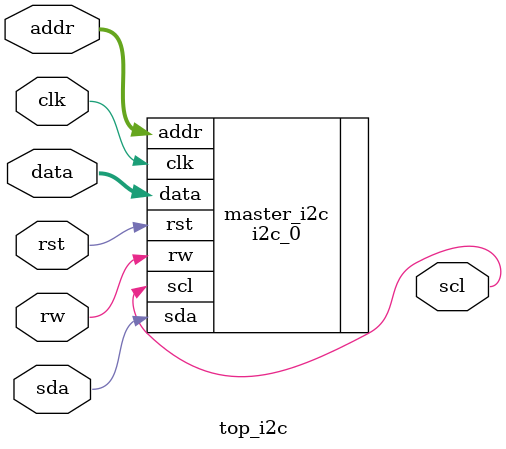
<source format=v>
module top_i2c
( 
    input   clk,
    input   rst,
    input   [6:0] addr,
    input   [7:0] data,
    input rw,
    inout  sda,
    output  scl
);
i2c_0 master_i2c(
    .clk(clk),
    .rst(rst),
    .addr(addr),
    .rw(rw),
    .data(data),
    .sda(sda),
    .scl(scl)
);
/*
i2c_slave_model salve_i2c(
    .sda(sda),
    .scl(scl)
);*/
endmodule 
</source>
